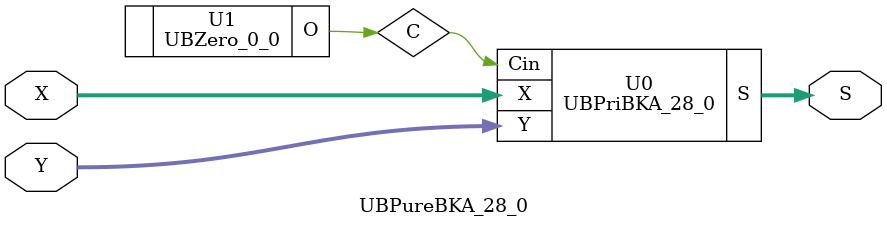
<source format=v>
/*----------------------------------------------------------------------------
  Copyright (c) 2021 Homma laboratory. All rights reserved.

  Top module: UBBKA_28_0_28_0

  Operand-1 length: 29
  Operand-2 length: 29
  Two-operand addition algorithm: Brent-Kung adder
----------------------------------------------------------------------------*/

module GPGenerator(Go, Po, A, B);
  output Go;
  output Po;
  input A;
  input B;
  assign Go = A & B;
  assign Po = A ^ B;
endmodule

module CarryOperator(Go, Po, Gi1, Pi1, Gi2, Pi2);
  output Go;
  output Po;
  input Gi1;
  input Gi2;
  input Pi1;
  input Pi2;
  assign Go = Gi1 | ( Gi2 & Pi1 );
  assign Po = Pi1 & Pi2;
endmodule

module UBPriBKA_28_0(S, X, Y, Cin);
  output [29:0] S;
  input Cin;
  input [28:0] X;
  input [28:0] Y;
  wire [28:0] G0;
  wire [28:0] G1;
  wire [28:0] G2;
  wire [28:0] G3;
  wire [28:0] G4;
  wire [28:0] G5;
  wire [28:0] G6;
  wire [28:0] G7;
  wire [28:0] G8;
  wire [28:0] P0;
  wire [28:0] P1;
  wire [28:0] P2;
  wire [28:0] P3;
  wire [28:0] P4;
  wire [28:0] P5;
  wire [28:0] P6;
  wire [28:0] P7;
  wire [28:0] P8;
  assign P1[0] = P0[0];
  assign G1[0] = G0[0];
  assign P1[2] = P0[2];
  assign G1[2] = G0[2];
  assign P1[4] = P0[4];
  assign G1[4] = G0[4];
  assign P1[6] = P0[6];
  assign G1[6] = G0[6];
  assign P1[8] = P0[8];
  assign G1[8] = G0[8];
  assign P1[10] = P0[10];
  assign G1[10] = G0[10];
  assign P1[12] = P0[12];
  assign G1[12] = G0[12];
  assign P1[14] = P0[14];
  assign G1[14] = G0[14];
  assign P1[16] = P0[16];
  assign G1[16] = G0[16];
  assign P1[18] = P0[18];
  assign G1[18] = G0[18];
  assign P1[20] = P0[20];
  assign G1[20] = G0[20];
  assign P1[22] = P0[22];
  assign G1[22] = G0[22];
  assign P1[24] = P0[24];
  assign G1[24] = G0[24];
  assign P1[26] = P0[26];
  assign G1[26] = G0[26];
  assign P1[28] = P0[28];
  assign G1[28] = G0[28];
  assign P2[0] = P1[0];
  assign G2[0] = G1[0];
  assign P2[1] = P1[1];
  assign G2[1] = G1[1];
  assign P2[2] = P1[2];
  assign G2[2] = G1[2];
  assign P2[4] = P1[4];
  assign G2[4] = G1[4];
  assign P2[5] = P1[5];
  assign G2[5] = G1[5];
  assign P2[6] = P1[6];
  assign G2[6] = G1[6];
  assign P2[8] = P1[8];
  assign G2[8] = G1[8];
  assign P2[9] = P1[9];
  assign G2[9] = G1[9];
  assign P2[10] = P1[10];
  assign G2[10] = G1[10];
  assign P2[12] = P1[12];
  assign G2[12] = G1[12];
  assign P2[13] = P1[13];
  assign G2[13] = G1[13];
  assign P2[14] = P1[14];
  assign G2[14] = G1[14];
  assign P2[16] = P1[16];
  assign G2[16] = G1[16];
  assign P2[17] = P1[17];
  assign G2[17] = G1[17];
  assign P2[18] = P1[18];
  assign G2[18] = G1[18];
  assign P2[20] = P1[20];
  assign G2[20] = G1[20];
  assign P2[21] = P1[21];
  assign G2[21] = G1[21];
  assign P2[22] = P1[22];
  assign G2[22] = G1[22];
  assign P2[24] = P1[24];
  assign G2[24] = G1[24];
  assign P2[25] = P1[25];
  assign G2[25] = G1[25];
  assign P2[26] = P1[26];
  assign G2[26] = G1[26];
  assign P2[28] = P1[28];
  assign G2[28] = G1[28];
  assign P3[0] = P2[0];
  assign G3[0] = G2[0];
  assign P3[1] = P2[1];
  assign G3[1] = G2[1];
  assign P3[2] = P2[2];
  assign G3[2] = G2[2];
  assign P3[3] = P2[3];
  assign G3[3] = G2[3];
  assign P3[4] = P2[4];
  assign G3[4] = G2[4];
  assign P3[5] = P2[5];
  assign G3[5] = G2[5];
  assign P3[6] = P2[6];
  assign G3[6] = G2[6];
  assign P3[8] = P2[8];
  assign G3[8] = G2[8];
  assign P3[9] = P2[9];
  assign G3[9] = G2[9];
  assign P3[10] = P2[10];
  assign G3[10] = G2[10];
  assign P3[11] = P2[11];
  assign G3[11] = G2[11];
  assign P3[12] = P2[12];
  assign G3[12] = G2[12];
  assign P3[13] = P2[13];
  assign G3[13] = G2[13];
  assign P3[14] = P2[14];
  assign G3[14] = G2[14];
  assign P3[16] = P2[16];
  assign G3[16] = G2[16];
  assign P3[17] = P2[17];
  assign G3[17] = G2[17];
  assign P3[18] = P2[18];
  assign G3[18] = G2[18];
  assign P3[19] = P2[19];
  assign G3[19] = G2[19];
  assign P3[20] = P2[20];
  assign G3[20] = G2[20];
  assign P3[21] = P2[21];
  assign G3[21] = G2[21];
  assign P3[22] = P2[22];
  assign G3[22] = G2[22];
  assign P3[24] = P2[24];
  assign G3[24] = G2[24];
  assign P3[25] = P2[25];
  assign G3[25] = G2[25];
  assign P3[26] = P2[26];
  assign G3[26] = G2[26];
  assign P3[27] = P2[27];
  assign G3[27] = G2[27];
  assign P3[28] = P2[28];
  assign G3[28] = G2[28];
  assign P4[0] = P3[0];
  assign G4[0] = G3[0];
  assign P4[1] = P3[1];
  assign G4[1] = G3[1];
  assign P4[2] = P3[2];
  assign G4[2] = G3[2];
  assign P4[3] = P3[3];
  assign G4[3] = G3[3];
  assign P4[4] = P3[4];
  assign G4[4] = G3[4];
  assign P4[5] = P3[5];
  assign G4[5] = G3[5];
  assign P4[6] = P3[6];
  assign G4[6] = G3[6];
  assign P4[7] = P3[7];
  assign G4[7] = G3[7];
  assign P4[8] = P3[8];
  assign G4[8] = G3[8];
  assign P4[9] = P3[9];
  assign G4[9] = G3[9];
  assign P4[10] = P3[10];
  assign G4[10] = G3[10];
  assign P4[11] = P3[11];
  assign G4[11] = G3[11];
  assign P4[12] = P3[12];
  assign G4[12] = G3[12];
  assign P4[13] = P3[13];
  assign G4[13] = G3[13];
  assign P4[14] = P3[14];
  assign G4[14] = G3[14];
  assign P4[16] = P3[16];
  assign G4[16] = G3[16];
  assign P4[17] = P3[17];
  assign G4[17] = G3[17];
  assign P4[18] = P3[18];
  assign G4[18] = G3[18];
  assign P4[19] = P3[19];
  assign G4[19] = G3[19];
  assign P4[20] = P3[20];
  assign G4[20] = G3[20];
  assign P4[21] = P3[21];
  assign G4[21] = G3[21];
  assign P4[22] = P3[22];
  assign G4[22] = G3[22];
  assign P4[23] = P3[23];
  assign G4[23] = G3[23];
  assign P4[24] = P3[24];
  assign G4[24] = G3[24];
  assign P4[25] = P3[25];
  assign G4[25] = G3[25];
  assign P4[26] = P3[26];
  assign G4[26] = G3[26];
  assign P4[27] = P3[27];
  assign G4[27] = G3[27];
  assign P4[28] = P3[28];
  assign G4[28] = G3[28];
  assign P5[0] = P4[0];
  assign G5[0] = G4[0];
  assign P5[1] = P4[1];
  assign G5[1] = G4[1];
  assign P5[2] = P4[2];
  assign G5[2] = G4[2];
  assign P5[3] = P4[3];
  assign G5[3] = G4[3];
  assign P5[4] = P4[4];
  assign G5[4] = G4[4];
  assign P5[5] = P4[5];
  assign G5[5] = G4[5];
  assign P5[6] = P4[6];
  assign G5[6] = G4[6];
  assign P5[7] = P4[7];
  assign G5[7] = G4[7];
  assign P5[8] = P4[8];
  assign G5[8] = G4[8];
  assign P5[9] = P4[9];
  assign G5[9] = G4[9];
  assign P5[10] = P4[10];
  assign G5[10] = G4[10];
  assign P5[11] = P4[11];
  assign G5[11] = G4[11];
  assign P5[12] = P4[12];
  assign G5[12] = G4[12];
  assign P5[13] = P4[13];
  assign G5[13] = G4[13];
  assign P5[14] = P4[14];
  assign G5[14] = G4[14];
  assign P5[15] = P4[15];
  assign G5[15] = G4[15];
  assign P5[16] = P4[16];
  assign G5[16] = G4[16];
  assign P5[17] = P4[17];
  assign G5[17] = G4[17];
  assign P5[18] = P4[18];
  assign G5[18] = G4[18];
  assign P5[19] = P4[19];
  assign G5[19] = G4[19];
  assign P5[20] = P4[20];
  assign G5[20] = G4[20];
  assign P5[21] = P4[21];
  assign G5[21] = G4[21];
  assign P5[22] = P4[22];
  assign G5[22] = G4[22];
  assign P5[24] = P4[24];
  assign G5[24] = G4[24];
  assign P5[25] = P4[25];
  assign G5[25] = G4[25];
  assign P5[26] = P4[26];
  assign G5[26] = G4[26];
  assign P5[27] = P4[27];
  assign G5[27] = G4[27];
  assign P5[28] = P4[28];
  assign G5[28] = G4[28];
  assign P6[0] = P5[0];
  assign G6[0] = G5[0];
  assign P6[1] = P5[1];
  assign G6[1] = G5[1];
  assign P6[2] = P5[2];
  assign G6[2] = G5[2];
  assign P6[3] = P5[3];
  assign G6[3] = G5[3];
  assign P6[4] = P5[4];
  assign G6[4] = G5[4];
  assign P6[5] = P5[5];
  assign G6[5] = G5[5];
  assign P6[6] = P5[6];
  assign G6[6] = G5[6];
  assign P6[7] = P5[7];
  assign G6[7] = G5[7];
  assign P6[8] = P5[8];
  assign G6[8] = G5[8];
  assign P6[9] = P5[9];
  assign G6[9] = G5[9];
  assign P6[10] = P5[10];
  assign G6[10] = G5[10];
  assign P6[12] = P5[12];
  assign G6[12] = G5[12];
  assign P6[13] = P5[13];
  assign G6[13] = G5[13];
  assign P6[14] = P5[14];
  assign G6[14] = G5[14];
  assign P6[15] = P5[15];
  assign G6[15] = G5[15];
  assign P6[16] = P5[16];
  assign G6[16] = G5[16];
  assign P6[17] = P5[17];
  assign G6[17] = G5[17];
  assign P6[18] = P5[18];
  assign G6[18] = G5[18];
  assign P6[20] = P5[20];
  assign G6[20] = G5[20];
  assign P6[21] = P5[21];
  assign G6[21] = G5[21];
  assign P6[22] = P5[22];
  assign G6[22] = G5[22];
  assign P6[23] = P5[23];
  assign G6[23] = G5[23];
  assign P6[24] = P5[24];
  assign G6[24] = G5[24];
  assign P6[25] = P5[25];
  assign G6[25] = G5[25];
  assign P6[26] = P5[26];
  assign G6[26] = G5[26];
  assign P6[28] = P5[28];
  assign G6[28] = G5[28];
  assign P7[0] = P6[0];
  assign G7[0] = G6[0];
  assign P7[1] = P6[1];
  assign G7[1] = G6[1];
  assign P7[2] = P6[2];
  assign G7[2] = G6[2];
  assign P7[3] = P6[3];
  assign G7[3] = G6[3];
  assign P7[4] = P6[4];
  assign G7[4] = G6[4];
  assign P7[6] = P6[6];
  assign G7[6] = G6[6];
  assign P7[7] = P6[7];
  assign G7[7] = G6[7];
  assign P7[8] = P6[8];
  assign G7[8] = G6[8];
  assign P7[10] = P6[10];
  assign G7[10] = G6[10];
  assign P7[11] = P6[11];
  assign G7[11] = G6[11];
  assign P7[12] = P6[12];
  assign G7[12] = G6[12];
  assign P7[14] = P6[14];
  assign G7[14] = G6[14];
  assign P7[15] = P6[15];
  assign G7[15] = G6[15];
  assign P7[16] = P6[16];
  assign G7[16] = G6[16];
  assign P7[18] = P6[18];
  assign G7[18] = G6[18];
  assign P7[19] = P6[19];
  assign G7[19] = G6[19];
  assign P7[20] = P6[20];
  assign G7[20] = G6[20];
  assign P7[22] = P6[22];
  assign G7[22] = G6[22];
  assign P7[23] = P6[23];
  assign G7[23] = G6[23];
  assign P7[24] = P6[24];
  assign G7[24] = G6[24];
  assign P7[26] = P6[26];
  assign G7[26] = G6[26];
  assign P7[27] = P6[27];
  assign G7[27] = G6[27];
  assign P7[28] = P6[28];
  assign G7[28] = G6[28];
  assign P8[0] = P7[0];
  assign G8[0] = G7[0];
  assign P8[1] = P7[1];
  assign G8[1] = G7[1];
  assign P8[3] = P7[3];
  assign G8[3] = G7[3];
  assign P8[5] = P7[5];
  assign G8[5] = G7[5];
  assign P8[7] = P7[7];
  assign G8[7] = G7[7];
  assign P8[9] = P7[9];
  assign G8[9] = G7[9];
  assign P8[11] = P7[11];
  assign G8[11] = G7[11];
  assign P8[13] = P7[13];
  assign G8[13] = G7[13];
  assign P8[15] = P7[15];
  assign G8[15] = G7[15];
  assign P8[17] = P7[17];
  assign G8[17] = G7[17];
  assign P8[19] = P7[19];
  assign G8[19] = G7[19];
  assign P8[21] = P7[21];
  assign G8[21] = G7[21];
  assign P8[23] = P7[23];
  assign G8[23] = G7[23];
  assign P8[25] = P7[25];
  assign G8[25] = G7[25];
  assign P8[27] = P7[27];
  assign G8[27] = G7[27];
  assign S[0] = Cin ^ P0[0];
  assign S[1] = ( G8[0] | ( P8[0] & Cin ) ) ^ P0[1];
  assign S[2] = ( G8[1] | ( P8[1] & Cin ) ) ^ P0[2];
  assign S[3] = ( G8[2] | ( P8[2] & Cin ) ) ^ P0[3];
  assign S[4] = ( G8[3] | ( P8[3] & Cin ) ) ^ P0[4];
  assign S[5] = ( G8[4] | ( P8[4] & Cin ) ) ^ P0[5];
  assign S[6] = ( G8[5] | ( P8[5] & Cin ) ) ^ P0[6];
  assign S[7] = ( G8[6] | ( P8[6] & Cin ) ) ^ P0[7];
  assign S[8] = ( G8[7] | ( P8[7] & Cin ) ) ^ P0[8];
  assign S[9] = ( G8[8] | ( P8[8] & Cin ) ) ^ P0[9];
  assign S[10] = ( G8[9] | ( P8[9] & Cin ) ) ^ P0[10];
  assign S[11] = ( G8[10] | ( P8[10] & Cin ) ) ^ P0[11];
  assign S[12] = ( G8[11] | ( P8[11] & Cin ) ) ^ P0[12];
  assign S[13] = ( G8[12] | ( P8[12] & Cin ) ) ^ P0[13];
  assign S[14] = ( G8[13] | ( P8[13] & Cin ) ) ^ P0[14];
  assign S[15] = ( G8[14] | ( P8[14] & Cin ) ) ^ P0[15];
  assign S[16] = ( G8[15] | ( P8[15] & Cin ) ) ^ P0[16];
  assign S[17] = ( G8[16] | ( P8[16] & Cin ) ) ^ P0[17];
  assign S[18] = ( G8[17] | ( P8[17] & Cin ) ) ^ P0[18];
  assign S[19] = ( G8[18] | ( P8[18] & Cin ) ) ^ P0[19];
  assign S[20] = ( G8[19] | ( P8[19] & Cin ) ) ^ P0[20];
  assign S[21] = ( G8[20] | ( P8[20] & Cin ) ) ^ P0[21];
  assign S[22] = ( G8[21] | ( P8[21] & Cin ) ) ^ P0[22];
  assign S[23] = ( G8[22] | ( P8[22] & Cin ) ) ^ P0[23];
  assign S[24] = ( G8[23] | ( P8[23] & Cin ) ) ^ P0[24];
  assign S[25] = ( G8[24] | ( P8[24] & Cin ) ) ^ P0[25];
  assign S[26] = ( G8[25] | ( P8[25] & Cin ) ) ^ P0[26];
  assign S[27] = ( G8[26] | ( P8[26] & Cin ) ) ^ P0[27];
  assign S[28] = ( G8[27] | ( P8[27] & Cin ) ) ^ P0[28];
  assign S[29] = G8[28] | ( P8[28] & Cin );
  GPGenerator U0 (G0[0], P0[0], X[0], Y[0]);
  GPGenerator U1 (G0[1], P0[1], X[1], Y[1]);
  GPGenerator U2 (G0[2], P0[2], X[2], Y[2]);
  GPGenerator U3 (G0[3], P0[3], X[3], Y[3]);
  GPGenerator U4 (G0[4], P0[4], X[4], Y[4]);
  GPGenerator U5 (G0[5], P0[5], X[5], Y[5]);
  GPGenerator U6 (G0[6], P0[6], X[6], Y[6]);
  GPGenerator U7 (G0[7], P0[7], X[7], Y[7]);
  GPGenerator U8 (G0[8], P0[8], X[8], Y[8]);
  GPGenerator U9 (G0[9], P0[9], X[9], Y[9]);
  GPGenerator U10 (G0[10], P0[10], X[10], Y[10]);
  GPGenerator U11 (G0[11], P0[11], X[11], Y[11]);
  GPGenerator U12 (G0[12], P0[12], X[12], Y[12]);
  GPGenerator U13 (G0[13], P0[13], X[13], Y[13]);
  GPGenerator U14 (G0[14], P0[14], X[14], Y[14]);
  GPGenerator U15 (G0[15], P0[15], X[15], Y[15]);
  GPGenerator U16 (G0[16], P0[16], X[16], Y[16]);
  GPGenerator U17 (G0[17], P0[17], X[17], Y[17]);
  GPGenerator U18 (G0[18], P0[18], X[18], Y[18]);
  GPGenerator U19 (G0[19], P0[19], X[19], Y[19]);
  GPGenerator U20 (G0[20], P0[20], X[20], Y[20]);
  GPGenerator U21 (G0[21], P0[21], X[21], Y[21]);
  GPGenerator U22 (G0[22], P0[22], X[22], Y[22]);
  GPGenerator U23 (G0[23], P0[23], X[23], Y[23]);
  GPGenerator U24 (G0[24], P0[24], X[24], Y[24]);
  GPGenerator U25 (G0[25], P0[25], X[25], Y[25]);
  GPGenerator U26 (G0[26], P0[26], X[26], Y[26]);
  GPGenerator U27 (G0[27], P0[27], X[27], Y[27]);
  GPGenerator U28 (G0[28], P0[28], X[28], Y[28]);
  CarryOperator U29 (G1[1], P1[1], G0[1], P0[1], G0[0], P0[0]);
  CarryOperator U30 (G1[3], P1[3], G0[3], P0[3], G0[2], P0[2]);
  CarryOperator U31 (G1[5], P1[5], G0[5], P0[5], G0[4], P0[4]);
  CarryOperator U32 (G1[7], P1[7], G0[7], P0[7], G0[6], P0[6]);
  CarryOperator U33 (G1[9], P1[9], G0[9], P0[9], G0[8], P0[8]);
  CarryOperator U34 (G1[11], P1[11], G0[11], P0[11], G0[10], P0[10]);
  CarryOperator U35 (G1[13], P1[13], G0[13], P0[13], G0[12], P0[12]);
  CarryOperator U36 (G1[15], P1[15], G0[15], P0[15], G0[14], P0[14]);
  CarryOperator U37 (G1[17], P1[17], G0[17], P0[17], G0[16], P0[16]);
  CarryOperator U38 (G1[19], P1[19], G0[19], P0[19], G0[18], P0[18]);
  CarryOperator U39 (G1[21], P1[21], G0[21], P0[21], G0[20], P0[20]);
  CarryOperator U40 (G1[23], P1[23], G0[23], P0[23], G0[22], P0[22]);
  CarryOperator U41 (G1[25], P1[25], G0[25], P0[25], G0[24], P0[24]);
  CarryOperator U42 (G1[27], P1[27], G0[27], P0[27], G0[26], P0[26]);
  CarryOperator U43 (G2[3], P2[3], G1[3], P1[3], G1[1], P1[1]);
  CarryOperator U44 (G2[7], P2[7], G1[7], P1[7], G1[5], P1[5]);
  CarryOperator U45 (G2[11], P2[11], G1[11], P1[11], G1[9], P1[9]);
  CarryOperator U46 (G2[15], P2[15], G1[15], P1[15], G1[13], P1[13]);
  CarryOperator U47 (G2[19], P2[19], G1[19], P1[19], G1[17], P1[17]);
  CarryOperator U48 (G2[23], P2[23], G1[23], P1[23], G1[21], P1[21]);
  CarryOperator U49 (G2[27], P2[27], G1[27], P1[27], G1[25], P1[25]);
  CarryOperator U50 (G3[7], P3[7], G2[7], P2[7], G2[3], P2[3]);
  CarryOperator U51 (G3[15], P3[15], G2[15], P2[15], G2[11], P2[11]);
  CarryOperator U52 (G3[23], P3[23], G2[23], P2[23], G2[19], P2[19]);
  CarryOperator U53 (G4[15], P4[15], G3[15], P3[15], G3[7], P3[7]);
  CarryOperator U54 (G5[23], P5[23], G4[23], P4[23], G4[15], P4[15]);
  CarryOperator U55 (G6[11], P6[11], G5[11], P5[11], G5[7], P5[7]);
  CarryOperator U56 (G6[19], P6[19], G5[19], P5[19], G5[15], P5[15]);
  CarryOperator U57 (G6[27], P6[27], G5[27], P5[27], G5[23], P5[23]);
  CarryOperator U58 (G7[5], P7[5], G6[5], P6[5], G6[3], P6[3]);
  CarryOperator U59 (G7[9], P7[9], G6[9], P6[9], G6[7], P6[7]);
  CarryOperator U60 (G7[13], P7[13], G6[13], P6[13], G6[11], P6[11]);
  CarryOperator U61 (G7[17], P7[17], G6[17], P6[17], G6[15], P6[15]);
  CarryOperator U62 (G7[21], P7[21], G6[21], P6[21], G6[19], P6[19]);
  CarryOperator U63 (G7[25], P7[25], G6[25], P6[25], G6[23], P6[23]);
  CarryOperator U64 (G8[2], P8[2], G7[2], P7[2], G7[1], P7[1]);
  CarryOperator U65 (G8[4], P8[4], G7[4], P7[4], G7[3], P7[3]);
  CarryOperator U66 (G8[6], P8[6], G7[6], P7[6], G7[5], P7[5]);
  CarryOperator U67 (G8[8], P8[8], G7[8], P7[8], G7[7], P7[7]);
  CarryOperator U68 (G8[10], P8[10], G7[10], P7[10], G7[9], P7[9]);
  CarryOperator U69 (G8[12], P8[12], G7[12], P7[12], G7[11], P7[11]);
  CarryOperator U70 (G8[14], P8[14], G7[14], P7[14], G7[13], P7[13]);
  CarryOperator U71 (G8[16], P8[16], G7[16], P7[16], G7[15], P7[15]);
  CarryOperator U72 (G8[18], P8[18], G7[18], P7[18], G7[17], P7[17]);
  CarryOperator U73 (G8[20], P8[20], G7[20], P7[20], G7[19], P7[19]);
  CarryOperator U74 (G8[22], P8[22], G7[22], P7[22], G7[21], P7[21]);
  CarryOperator U75 (G8[24], P8[24], G7[24], P7[24], G7[23], P7[23]);
  CarryOperator U76 (G8[26], P8[26], G7[26], P7[26], G7[25], P7[25]);
  CarryOperator U77 (G8[28], P8[28], G7[28], P7[28], G7[27], P7[27]);
endmodule

module UBZero_0_0(O);
  output [0:0] O;
  assign O[0] = 0;
endmodule

module UBBKA_28_0_28_0 (S, X, Y);
  output [29:0] S;
  input [28:0] X;
  input [28:0] Y;
  UBPureBKA_28_0 U0 (S[29:0], X[28:0], Y[28:0]);
endmodule

module UBPureBKA_28_0 (S, X, Y);
  output [29:0] S;
  input [28:0] X;
  input [28:0] Y;
  wire C;
  UBPriBKA_28_0 U0 (S, X, Y, C);
  UBZero_0_0 U1 (C);
endmodule


</source>
